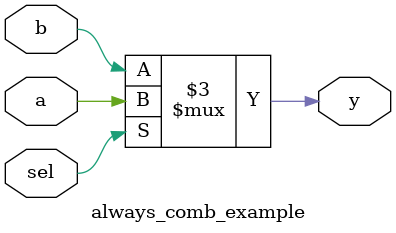
<source format=sv>

module always_comb_example (
    input  logic a,
    input  logic b,
    input  logic sel,
    output logic y
);

    always_comb begin
        if (sel)
            y = a;
        else
            y = b;
    end

endmodule

</source>
